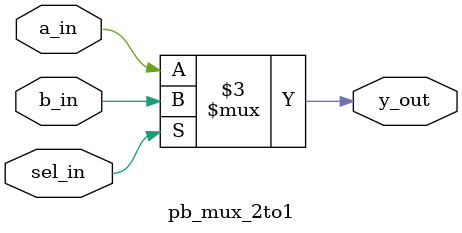
<source format=v>
`timescale 1ns / 1ps


module pb_mux_2to1(
    input a_in,
    input b_in,
    input sel_in,
    output reg y_out
    );
    
//always@(a_in,b_in,sel_in)
always@(*)
begin
    if(sel_in)
        y_out=b_in;
    else
        y_out=a_in;
end
endmodule

</source>
